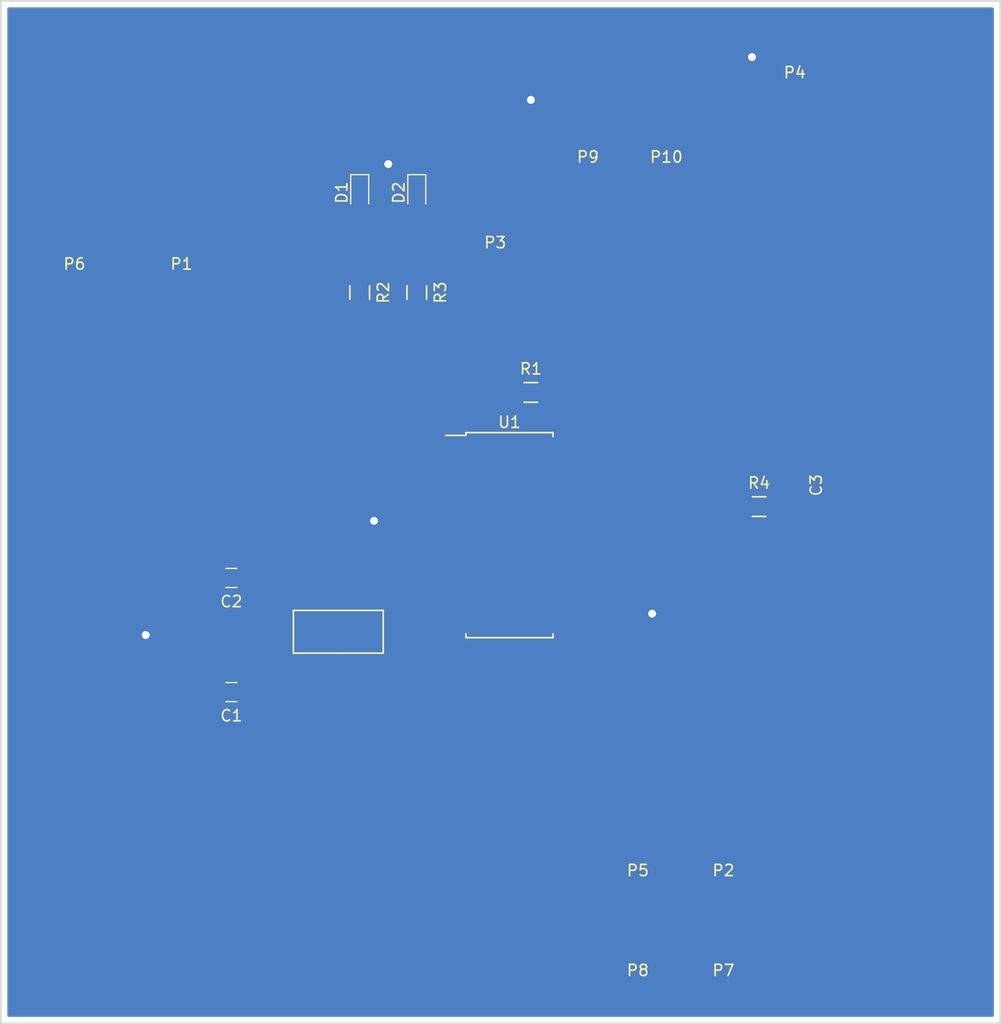
<source format=kicad_pcb>
(kicad_pcb (version 4) (host pcbnew 4.0.4-stable)

  (general
    (links 65)
    (no_connects 0)
    (area 115.924999 34.924999 205.075001 126.075001)
    (thickness 1.6)
    (drawings 11)
    (tracks 225)
    (zones 0)
    (modules 21)
    (nets 45)
  )

  (page A4)
  (layers
    (0 F.Cu signal)
    (31 B.Cu signal)
    (32 B.Adhes user)
    (33 F.Adhes user)
    (34 B.Paste user)
    (35 F.Paste user)
    (36 B.SilkS user)
    (37 F.SilkS user)
    (38 B.Mask user)
    (39 F.Mask user)
    (40 Dwgs.User user)
    (41 Cmts.User user)
    (42 Eco1.User user)
    (43 Eco2.User user)
    (44 Edge.Cuts user)
    (45 Margin user)
    (46 B.CrtYd user)
    (47 F.CrtYd user)
    (48 B.Fab user)
    (49 F.Fab user)
  )

  (setup
    (last_trace_width 0.4)
    (trace_clearance 0.2)
    (zone_clearance 0.508)
    (zone_45_only yes)
    (trace_min 0.2)
    (segment_width 0.2)
    (edge_width 0.15)
    (via_size 1.5)
    (via_drill 0.7)
    (via_min_size 0.4)
    (via_min_drill 0.3)
    (uvia_size 0.3)
    (uvia_drill 0.1)
    (uvias_allowed no)
    (uvia_min_size 0.2)
    (uvia_min_drill 0.1)
    (pcb_text_width 0.3)
    (pcb_text_size 1.5 1.5)
    (mod_edge_width 0.15)
    (mod_text_size 1 1)
    (mod_text_width 0.15)
    (pad_size 1.524 1.524)
    (pad_drill 0.762)
    (pad_to_mask_clearance 0.2)
    (aux_axis_origin 0 0)
    (visible_elements 7FFFFFFF)
    (pcbplotparams
      (layerselection 0x00030_80000001)
      (usegerberextensions false)
      (excludeedgelayer true)
      (linewidth 0.100000)
      (plotframeref false)
      (viasonmask false)
      (mode 1)
      (useauxorigin false)
      (hpglpennumber 1)
      (hpglpenspeed 20)
      (hpglpendiameter 15)
      (hpglpenoverlay 2)
      (psnegative false)
      (psa4output false)
      (plotreference true)
      (plotvalue true)
      (plotinvisibletext false)
      (padsonsilk false)
      (subtractmaskfromsilk false)
      (outputformat 1)
      (mirror false)
      (drillshape 1)
      (scaleselection 1)
      (outputdirectory ""))
  )

  (net 0 "")
  (net 1 "Net-(D1-Pad2)")
  (net 2 "Net-(D2-Pad2)")
  (net 3 "Net-(P1-Pad1)")
  (net 4 "Net-(P1-Pad2)")
  (net 5 "Net-(P1-Pad3)")
  (net 6 "Net-(P1-Pad4)")
  (net 7 "Net-(P1-Pad5)")
  (net 8 "Net-(P1-Pad6)")
  (net 9 "Net-(P1-Pad7)")
  (net 10 "Net-(P1-Pad8)")
  (net 11 "Net-(P2-Pad1)")
  (net 12 "Net-(P2-Pad2)")
  (net 13 "Net-(P2-Pad3)")
  (net 14 "Net-(P2-Pad4)")
  (net 15 "Net-(P2-Pad5)")
  (net 16 "Net-(P2-Pad6)")
  (net 17 "Net-(P2-Pad7)")
  (net 18 "Net-(P2-Pad8)")
  (net 19 VDD)
  (net 20 /MCLR/Vpp)
  (net 21 "/PGD(ICSPDAT)")
  (net 22 "/PGC(ICSPCLK)")
  (net 23 "Net-(P4-Pad6)")
  (net 24 "Net-(P5-Pad1)")
  (net 25 "Net-(P5-Pad2)")
  (net 26 "Net-(P5-Pad3)")
  (net 27 "Net-(P5-Pad4)")
  (net 28 "Net-(P5-Pad5)")
  (net 29 "Net-(P5-Pad6)")
  (net 30 "Net-(P5-Pad7)")
  (net 31 "Net-(P5-Pad8)")
  (net 32 "Net-(P7-Pad1)")
  (net 33 "Net-(P7-Pad2)")
  (net 34 "Net-(P8-Pad1)")
  (net 35 "Net-(P8-Pad2)")
  (net 36 GND)
  (net 37 "Net-(C3-Pad1)")
  (net 38 "Net-(P10-Pad2)")
  (net 39 "Net-(P7-Pad3)")
  (net 40 /CAP_SENSOR)
  (net 41 "Net-(C1-Pad1)")
  (net 42 "Net-(C2-Pad1)")
  (net 43 "Net-(Y1-Pad2)")
  (net 44 "Net-(Y1-Pad3)")

  (net_class Default "This is the default net class."
    (clearance 0.2)
    (trace_width 0.4)
    (via_dia 1.5)
    (via_drill 0.7)
    (uvia_dia 0.3)
    (uvia_drill 0.1)
    (add_net /CAP_SENSOR)
    (add_net /MCLR/Vpp)
    (add_net "/PGC(ICSPCLK)")
    (add_net "/PGD(ICSPDAT)")
    (add_net GND)
    (add_net "Net-(C1-Pad1)")
    (add_net "Net-(C2-Pad1)")
    (add_net "Net-(C3-Pad1)")
    (add_net "Net-(D1-Pad2)")
    (add_net "Net-(D2-Pad2)")
    (add_net "Net-(P1-Pad1)")
    (add_net "Net-(P1-Pad2)")
    (add_net "Net-(P1-Pad3)")
    (add_net "Net-(P1-Pad4)")
    (add_net "Net-(P1-Pad5)")
    (add_net "Net-(P1-Pad6)")
    (add_net "Net-(P1-Pad7)")
    (add_net "Net-(P1-Pad8)")
    (add_net "Net-(P10-Pad2)")
    (add_net "Net-(P2-Pad1)")
    (add_net "Net-(P2-Pad2)")
    (add_net "Net-(P2-Pad3)")
    (add_net "Net-(P2-Pad4)")
    (add_net "Net-(P2-Pad5)")
    (add_net "Net-(P2-Pad6)")
    (add_net "Net-(P2-Pad7)")
    (add_net "Net-(P2-Pad8)")
    (add_net "Net-(P4-Pad6)")
    (add_net "Net-(P5-Pad1)")
    (add_net "Net-(P5-Pad2)")
    (add_net "Net-(P5-Pad3)")
    (add_net "Net-(P5-Pad4)")
    (add_net "Net-(P5-Pad5)")
    (add_net "Net-(P5-Pad6)")
    (add_net "Net-(P5-Pad7)")
    (add_net "Net-(P5-Pad8)")
    (add_net "Net-(P7-Pad1)")
    (add_net "Net-(P7-Pad2)")
    (add_net "Net-(P7-Pad3)")
    (add_net "Net-(P8-Pad1)")
    (add_net "Net-(P8-Pad2)")
    (add_net "Net-(Y1-Pad2)")
    (add_net "Net-(Y1-Pad3)")
    (add_net VDD)
  )

  (module Capacitors_SMD:C_0805_HandSoldering (layer F.Cu) (tedit 541A9B8D) (tstamp 58A56CBE)
    (at 136.525 96.52 180)
    (descr "Capacitor SMD 0805, hand soldering")
    (tags "capacitor 0805")
    (path /58A4743E)
    (attr smd)
    (fp_text reference C1 (at 0 -2.1 180) (layer F.SilkS)
      (effects (font (size 1 1) (thickness 0.15)))
    )
    (fp_text value 5pF (at 0 2.1 180) (layer F.Fab)
      (effects (font (size 1 1) (thickness 0.15)))
    )
    (fp_line (start -1 0.625) (end -1 -0.625) (layer F.Fab) (width 0.1))
    (fp_line (start 1 0.625) (end -1 0.625) (layer F.Fab) (width 0.1))
    (fp_line (start 1 -0.625) (end 1 0.625) (layer F.Fab) (width 0.1))
    (fp_line (start -1 -0.625) (end 1 -0.625) (layer F.Fab) (width 0.1))
    (fp_line (start -2.3 -1) (end 2.3 -1) (layer F.CrtYd) (width 0.05))
    (fp_line (start -2.3 1) (end 2.3 1) (layer F.CrtYd) (width 0.05))
    (fp_line (start -2.3 -1) (end -2.3 1) (layer F.CrtYd) (width 0.05))
    (fp_line (start 2.3 -1) (end 2.3 1) (layer F.CrtYd) (width 0.05))
    (fp_line (start 0.5 -0.85) (end -0.5 -0.85) (layer F.SilkS) (width 0.12))
    (fp_line (start -0.5 0.85) (end 0.5 0.85) (layer F.SilkS) (width 0.12))
    (pad 1 smd rect (at -1.25 0 180) (size 1.5 1.25) (layers F.Cu F.Paste F.Mask)
      (net 41 "Net-(C1-Pad1)"))
    (pad 2 smd rect (at 1.25 0 180) (size 1.5 1.25) (layers F.Cu F.Paste F.Mask)
      (net 36 GND))
    (model Capacitors_SMD.3dshapes/C_0805_HandSoldering.wrl
      (at (xyz 0 0 0))
      (scale (xyz 1 1 1))
      (rotate (xyz 0 0 0))
    )
  )

  (module Capacitors_SMD:C_0805_HandSoldering (layer F.Cu) (tedit 541A9B8D) (tstamp 58A56CC4)
    (at 136.525 86.36 180)
    (descr "Capacitor SMD 0805, hand soldering")
    (tags "capacitor 0805")
    (path /58A474C5)
    (attr smd)
    (fp_text reference C2 (at 0 -2.1 180) (layer F.SilkS)
      (effects (font (size 1 1) (thickness 0.15)))
    )
    (fp_text value 5pF (at 0 2.1 180) (layer F.Fab)
      (effects (font (size 1 1) (thickness 0.15)))
    )
    (fp_line (start -1 0.625) (end -1 -0.625) (layer F.Fab) (width 0.1))
    (fp_line (start 1 0.625) (end -1 0.625) (layer F.Fab) (width 0.1))
    (fp_line (start 1 -0.625) (end 1 0.625) (layer F.Fab) (width 0.1))
    (fp_line (start -1 -0.625) (end 1 -0.625) (layer F.Fab) (width 0.1))
    (fp_line (start -2.3 -1) (end 2.3 -1) (layer F.CrtYd) (width 0.05))
    (fp_line (start -2.3 1) (end 2.3 1) (layer F.CrtYd) (width 0.05))
    (fp_line (start -2.3 -1) (end -2.3 1) (layer F.CrtYd) (width 0.05))
    (fp_line (start 2.3 -1) (end 2.3 1) (layer F.CrtYd) (width 0.05))
    (fp_line (start 0.5 -0.85) (end -0.5 -0.85) (layer F.SilkS) (width 0.12))
    (fp_line (start -0.5 0.85) (end 0.5 0.85) (layer F.SilkS) (width 0.12))
    (pad 1 smd rect (at -1.25 0 180) (size 1.5 1.25) (layers F.Cu F.Paste F.Mask)
      (net 42 "Net-(C2-Pad1)"))
    (pad 2 smd rect (at 1.25 0 180) (size 1.5 1.25) (layers F.Cu F.Paste F.Mask)
      (net 36 GND))
    (model Capacitors_SMD.3dshapes/C_0805_HandSoldering.wrl
      (at (xyz 0 0 0))
      (scale (xyz 1 1 1))
      (rotate (xyz 0 0 0))
    )
  )

  (module Diodes_SMD:D_0805 (layer F.Cu) (tedit 586A4032) (tstamp 58A56CCA)
    (at 147.955 52.07 270)
    (descr "Diode SMD in 0805 package")
    (tags "smd diode")
    (path /58A4E2F1)
    (attr smd)
    (fp_text reference D1 (at 0 1.6 270) (layer F.SilkS)
      (effects (font (size 1 1) (thickness 0.15)))
    )
    (fp_text value LED (at 0 -1.6 270) (layer F.Fab)
      (effects (font (size 1 1) (thickness 0.15)))
    )
    (fp_line (start -1.6 -0.8) (end -1.6 0.8) (layer F.SilkS) (width 0.12))
    (fp_line (start -1.7 0.88) (end -1.7 -0.88) (layer F.CrtYd) (width 0.05))
    (fp_line (start 1.7 0.88) (end -1.7 0.88) (layer F.CrtYd) (width 0.05))
    (fp_line (start 1.7 -0.88) (end 1.7 0.88) (layer F.CrtYd) (width 0.05))
    (fp_line (start -1.7 -0.88) (end 1.7 -0.88) (layer F.CrtYd) (width 0.05))
    (fp_line (start 0.2 0) (end 0.4 0) (layer F.Fab) (width 0.1))
    (fp_line (start -0.1 0) (end -0.3 0) (layer F.Fab) (width 0.1))
    (fp_line (start -0.1 -0.2) (end -0.1 0.2) (layer F.Fab) (width 0.1))
    (fp_line (start 0.2 0.2) (end 0.2 -0.2) (layer F.Fab) (width 0.1))
    (fp_line (start -0.1 0) (end 0.2 0.2) (layer F.Fab) (width 0.1))
    (fp_line (start 0.2 -0.2) (end -0.1 0) (layer F.Fab) (width 0.1))
    (fp_line (start -1 0.625) (end -1 -0.625) (layer F.Fab) (width 0.1))
    (fp_line (start 1 0.625) (end -1 0.625) (layer F.Fab) (width 0.1))
    (fp_line (start 1 -0.625) (end 1 0.625) (layer F.Fab) (width 0.1))
    (fp_line (start -1 -0.625) (end 1 -0.625) (layer F.Fab) (width 0.1))
    (fp_line (start -1.6 0.8) (end 1 0.8) (layer F.SilkS) (width 0.12))
    (fp_line (start -1.6 -0.8) (end 1 -0.8) (layer F.SilkS) (width 0.12))
    (pad 1 smd rect (at -1.05 0 270) (size 0.8 0.9) (layers F.Cu F.Paste F.Mask)
      (net 36 GND))
    (pad 2 smd rect (at 1.05 0 270) (size 0.8 0.9) (layers F.Cu F.Paste F.Mask)
      (net 1 "Net-(D1-Pad2)"))
  )

  (module Diodes_SMD:D_0805 (layer F.Cu) (tedit 586A4032) (tstamp 58A56CD0)
    (at 153.035 52.07 270)
    (descr "Diode SMD in 0805 package")
    (tags "smd diode")
    (path /58A4E388)
    (attr smd)
    (fp_text reference D2 (at 0 1.6 270) (layer F.SilkS)
      (effects (font (size 1 1) (thickness 0.15)))
    )
    (fp_text value LED (at 0 -1.6 270) (layer F.Fab)
      (effects (font (size 1 1) (thickness 0.15)))
    )
    (fp_line (start -1.6 -0.8) (end -1.6 0.8) (layer F.SilkS) (width 0.12))
    (fp_line (start -1.7 0.88) (end -1.7 -0.88) (layer F.CrtYd) (width 0.05))
    (fp_line (start 1.7 0.88) (end -1.7 0.88) (layer F.CrtYd) (width 0.05))
    (fp_line (start 1.7 -0.88) (end 1.7 0.88) (layer F.CrtYd) (width 0.05))
    (fp_line (start -1.7 -0.88) (end 1.7 -0.88) (layer F.CrtYd) (width 0.05))
    (fp_line (start 0.2 0) (end 0.4 0) (layer F.Fab) (width 0.1))
    (fp_line (start -0.1 0) (end -0.3 0) (layer F.Fab) (width 0.1))
    (fp_line (start -0.1 -0.2) (end -0.1 0.2) (layer F.Fab) (width 0.1))
    (fp_line (start 0.2 0.2) (end 0.2 -0.2) (layer F.Fab) (width 0.1))
    (fp_line (start -0.1 0) (end 0.2 0.2) (layer F.Fab) (width 0.1))
    (fp_line (start 0.2 -0.2) (end -0.1 0) (layer F.Fab) (width 0.1))
    (fp_line (start -1 0.625) (end -1 -0.625) (layer F.Fab) (width 0.1))
    (fp_line (start 1 0.625) (end -1 0.625) (layer F.Fab) (width 0.1))
    (fp_line (start 1 -0.625) (end 1 0.625) (layer F.Fab) (width 0.1))
    (fp_line (start -1 -0.625) (end 1 -0.625) (layer F.Fab) (width 0.1))
    (fp_line (start -1.6 0.8) (end 1 0.8) (layer F.SilkS) (width 0.12))
    (fp_line (start -1.6 -0.8) (end 1 -0.8) (layer F.SilkS) (width 0.12))
    (pad 1 smd rect (at -1.05 0 270) (size 0.8 0.9) (layers F.Cu F.Paste F.Mask)
      (net 36 GND))
    (pad 2 smd rect (at 1.05 0 270) (size 0.8 0.9) (layers F.Cu F.Paste F.Mask)
      (net 2 "Net-(D2-Pad2)"))
  )

  (module Resistors_SMD:R_0805_HandSoldering (layer F.Cu) (tedit 58307B90) (tstamp 58A56D2E)
    (at 163.195 69.85)
    (descr "Resistor SMD 0805, hand soldering")
    (tags "resistor 0805")
    (path /58A468CC)
    (attr smd)
    (fp_text reference R1 (at 0 -2.1) (layer F.SilkS)
      (effects (font (size 1 1) (thickness 0.15)))
    )
    (fp_text value 50k (at 0 2.1) (layer F.Fab)
      (effects (font (size 1 1) (thickness 0.15)))
    )
    (fp_line (start -1 0.625) (end -1 -0.625) (layer F.Fab) (width 0.1))
    (fp_line (start 1 0.625) (end -1 0.625) (layer F.Fab) (width 0.1))
    (fp_line (start 1 -0.625) (end 1 0.625) (layer F.Fab) (width 0.1))
    (fp_line (start -1 -0.625) (end 1 -0.625) (layer F.Fab) (width 0.1))
    (fp_line (start -2.4 -1) (end 2.4 -1) (layer F.CrtYd) (width 0.05))
    (fp_line (start -2.4 1) (end 2.4 1) (layer F.CrtYd) (width 0.05))
    (fp_line (start -2.4 -1) (end -2.4 1) (layer F.CrtYd) (width 0.05))
    (fp_line (start 2.4 -1) (end 2.4 1) (layer F.CrtYd) (width 0.05))
    (fp_line (start 0.6 0.875) (end -0.6 0.875) (layer F.SilkS) (width 0.15))
    (fp_line (start -0.6 -0.875) (end 0.6 -0.875) (layer F.SilkS) (width 0.15))
    (pad 1 smd rect (at -1.35 0) (size 1.5 1.3) (layers F.Cu F.Paste F.Mask)
      (net 20 /MCLR/Vpp))
    (pad 2 smd rect (at 1.35 0) (size 1.5 1.3) (layers F.Cu F.Paste F.Mask)
      (net 19 VDD))
    (model Resistors_SMD.3dshapes/R_0805_HandSoldering.wrl
      (at (xyz 0 0 0))
      (scale (xyz 1 1 1))
      (rotate (xyz 0 0 0))
    )
  )

  (module Resistors_SMD:R_0805_HandSoldering (layer F.Cu) (tedit 58307B90) (tstamp 58A56D34)
    (at 147.955 60.96 270)
    (descr "Resistor SMD 0805, hand soldering")
    (tags "resistor 0805")
    (path /58A4E0BF)
    (attr smd)
    (fp_text reference R2 (at 0 -2.1 270) (layer F.SilkS)
      (effects (font (size 1 1) (thickness 0.15)))
    )
    (fp_text value R (at 0 2.1 270) (layer F.Fab)
      (effects (font (size 1 1) (thickness 0.15)))
    )
    (fp_line (start -1 0.625) (end -1 -0.625) (layer F.Fab) (width 0.1))
    (fp_line (start 1 0.625) (end -1 0.625) (layer F.Fab) (width 0.1))
    (fp_line (start 1 -0.625) (end 1 0.625) (layer F.Fab) (width 0.1))
    (fp_line (start -1 -0.625) (end 1 -0.625) (layer F.Fab) (width 0.1))
    (fp_line (start -2.4 -1) (end 2.4 -1) (layer F.CrtYd) (width 0.05))
    (fp_line (start -2.4 1) (end 2.4 1) (layer F.CrtYd) (width 0.05))
    (fp_line (start -2.4 -1) (end -2.4 1) (layer F.CrtYd) (width 0.05))
    (fp_line (start 2.4 -1) (end 2.4 1) (layer F.CrtYd) (width 0.05))
    (fp_line (start 0.6 0.875) (end -0.6 0.875) (layer F.SilkS) (width 0.15))
    (fp_line (start -0.6 -0.875) (end 0.6 -0.875) (layer F.SilkS) (width 0.15))
    (pad 1 smd rect (at -1.35 0 270) (size 1.5 1.3) (layers F.Cu F.Paste F.Mask)
      (net 1 "Net-(D1-Pad2)"))
    (pad 2 smd rect (at 1.35 0 270) (size 1.5 1.3) (layers F.Cu F.Paste F.Mask)
      (net 9 "Net-(P1-Pad7)"))
    (model Resistors_SMD.3dshapes/R_0805_HandSoldering.wrl
      (at (xyz 0 0 0))
      (scale (xyz 1 1 1))
      (rotate (xyz 0 0 0))
    )
  )

  (module Resistors_SMD:R_0805_HandSoldering (layer F.Cu) (tedit 58307B90) (tstamp 58A56D3A)
    (at 153.035 60.96 270)
    (descr "Resistor SMD 0805, hand soldering")
    (tags "resistor 0805")
    (path /58A4DF86)
    (attr smd)
    (fp_text reference R3 (at 0 -2.1 270) (layer F.SilkS)
      (effects (font (size 1 1) (thickness 0.15)))
    )
    (fp_text value R (at 0 2.1 270) (layer F.Fab)
      (effects (font (size 1 1) (thickness 0.15)))
    )
    (fp_line (start -1 0.625) (end -1 -0.625) (layer F.Fab) (width 0.1))
    (fp_line (start 1 0.625) (end -1 0.625) (layer F.Fab) (width 0.1))
    (fp_line (start 1 -0.625) (end 1 0.625) (layer F.Fab) (width 0.1))
    (fp_line (start -1 -0.625) (end 1 -0.625) (layer F.Fab) (width 0.1))
    (fp_line (start -2.4 -1) (end 2.4 -1) (layer F.CrtYd) (width 0.05))
    (fp_line (start -2.4 1) (end 2.4 1) (layer F.CrtYd) (width 0.05))
    (fp_line (start -2.4 -1) (end -2.4 1) (layer F.CrtYd) (width 0.05))
    (fp_line (start 2.4 -1) (end 2.4 1) (layer F.CrtYd) (width 0.05))
    (fp_line (start 0.6 0.875) (end -0.6 0.875) (layer F.SilkS) (width 0.15))
    (fp_line (start -0.6 -0.875) (end 0.6 -0.875) (layer F.SilkS) (width 0.15))
    (pad 1 smd rect (at -1.35 0 270) (size 1.5 1.3) (layers F.Cu F.Paste F.Mask)
      (net 2 "Net-(D2-Pad2)"))
    (pad 2 smd rect (at 1.35 0 270) (size 1.5 1.3) (layers F.Cu F.Paste F.Mask)
      (net 10 "Net-(P1-Pad8)"))
    (model Resistors_SMD.3dshapes/R_0805_HandSoldering.wrl
      (at (xyz 0 0 0))
      (scale (xyz 1 1 1))
      (rotate (xyz 0 0 0))
    )
  )

  (module Housings_SOIC:SOIC-28W_7.5x17.9mm_Pitch1.27mm (layer F.Cu) (tedit 57503567) (tstamp 58A56D5A)
    (at 161.29 82.55)
    (descr "28-Lead Plastic Small Outline (SO) - Wide, 7.50 mm Body [SOIC] (see Microchip Packaging Specification 00000049BS.pdf)")
    (tags "SOIC 1.27")
    (path /58A45159)
    (attr smd)
    (fp_text reference U1 (at 0 -10.05) (layer F.SilkS)
      (effects (font (size 1 1) (thickness 0.15)))
    )
    (fp_text value "PIC16(L)F1512-I/SO" (at 0 10.05) (layer F.Fab)
      (effects (font (size 1 1) (thickness 0.15)))
    )
    (fp_line (start -2.75 -8.95) (end 3.75 -8.95) (layer F.Fab) (width 0.15))
    (fp_line (start 3.75 -8.95) (end 3.75 8.95) (layer F.Fab) (width 0.15))
    (fp_line (start 3.75 8.95) (end -3.75 8.95) (layer F.Fab) (width 0.15))
    (fp_line (start -3.75 8.95) (end -3.75 -7.95) (layer F.Fab) (width 0.15))
    (fp_line (start -3.75 -7.95) (end -2.75 -8.95) (layer F.Fab) (width 0.15))
    (fp_line (start -5.95 -9.3) (end -5.95 9.3) (layer F.CrtYd) (width 0.05))
    (fp_line (start 5.95 -9.3) (end 5.95 9.3) (layer F.CrtYd) (width 0.05))
    (fp_line (start -5.95 -9.3) (end 5.95 -9.3) (layer F.CrtYd) (width 0.05))
    (fp_line (start -5.95 9.3) (end 5.95 9.3) (layer F.CrtYd) (width 0.05))
    (fp_line (start -3.875 -9.125) (end -3.875 -8.875) (layer F.SilkS) (width 0.15))
    (fp_line (start 3.875 -9.125) (end 3.875 -8.78) (layer F.SilkS) (width 0.15))
    (fp_line (start 3.875 9.125) (end 3.875 8.78) (layer F.SilkS) (width 0.15))
    (fp_line (start -3.875 9.125) (end -3.875 8.78) (layer F.SilkS) (width 0.15))
    (fp_line (start -3.875 -9.125) (end 3.875 -9.125) (layer F.SilkS) (width 0.15))
    (fp_line (start -3.875 9.125) (end 3.875 9.125) (layer F.SilkS) (width 0.15))
    (fp_line (start -3.875 -8.875) (end -5.7 -8.875) (layer F.SilkS) (width 0.15))
    (pad 1 smd rect (at -4.7 -8.255) (size 2 0.6) (layers F.Cu F.Paste F.Mask)
      (net 20 /MCLR/Vpp))
    (pad 2 smd rect (at -4.7 -6.985) (size 2 0.6) (layers F.Cu F.Paste F.Mask)
      (net 10 "Net-(P1-Pad8)"))
    (pad 3 smd rect (at -4.7 -5.715) (size 2 0.6) (layers F.Cu F.Paste F.Mask)
      (net 9 "Net-(P1-Pad7)"))
    (pad 4 smd rect (at -4.7 -4.445) (size 2 0.6) (layers F.Cu F.Paste F.Mask)
      (net 8 "Net-(P1-Pad6)"))
    (pad 5 smd rect (at -4.7 -3.175) (size 2 0.6) (layers F.Cu F.Paste F.Mask)
      (net 7 "Net-(P1-Pad5)"))
    (pad 6 smd rect (at -4.7 -1.905) (size 2 0.6) (layers F.Cu F.Paste F.Mask)
      (net 6 "Net-(P1-Pad4)"))
    (pad 7 smd rect (at -4.7 -0.635) (size 2 0.6) (layers F.Cu F.Paste F.Mask)
      (net 5 "Net-(P1-Pad3)"))
    (pad 8 smd rect (at -4.7 0.635) (size 2 0.6) (layers F.Cu F.Paste F.Mask)
      (net 36 GND))
    (pad 9 smd rect (at -4.7 1.905) (size 2 0.6) (layers F.Cu F.Paste F.Mask)
      (net 3 "Net-(P1-Pad1)"))
    (pad 10 smd rect (at -4.7 3.175) (size 2 0.6) (layers F.Cu F.Paste F.Mask)
      (net 4 "Net-(P1-Pad2)"))
    (pad 11 smd rect (at -4.7 4.445) (size 2 0.6) (layers F.Cu F.Paste F.Mask)
      (net 42 "Net-(C2-Pad1)"))
    (pad 12 smd rect (at -4.7 5.715) (size 2 0.6) (layers F.Cu F.Paste F.Mask)
      (net 41 "Net-(C1-Pad1)"))
    (pad 13 smd rect (at -4.7 6.985) (size 2 0.6) (layers F.Cu F.Paste F.Mask)
      (net 26 "Net-(P5-Pad3)"))
    (pad 14 smd rect (at -4.7 8.255) (size 2 0.6) (layers F.Cu F.Paste F.Mask)
      (net 27 "Net-(P5-Pad4)"))
    (pad 15 smd rect (at 4.7 8.255) (size 2 0.6) (layers F.Cu F.Paste F.Mask)
      (net 28 "Net-(P5-Pad5)"))
    (pad 16 smd rect (at 4.7 6.985) (size 2 0.6) (layers F.Cu F.Paste F.Mask)
      (net 29 "Net-(P5-Pad6)"))
    (pad 17 smd rect (at 4.7 5.715) (size 2 0.6) (layers F.Cu F.Paste F.Mask)
      (net 30 "Net-(P5-Pad7)"))
    (pad 18 smd rect (at 4.7 4.445) (size 2 0.6) (layers F.Cu F.Paste F.Mask)
      (net 31 "Net-(P5-Pad8)"))
    (pad 19 smd rect (at 4.7 3.175) (size 2 0.6) (layers F.Cu F.Paste F.Mask)
      (net 36 GND))
    (pad 20 smd rect (at 4.7 1.905) (size 2 0.6) (layers F.Cu F.Paste F.Mask)
      (net 19 VDD))
    (pad 21 smd rect (at 4.7 0.635) (size 2 0.6) (layers F.Cu F.Paste F.Mask)
      (net 18 "Net-(P2-Pad8)"))
    (pad 22 smd rect (at 4.7 -0.635) (size 2 0.6) (layers F.Cu F.Paste F.Mask)
      (net 17 "Net-(P2-Pad7)"))
    (pad 23 smd rect (at 4.7 -1.905) (size 2 0.6) (layers F.Cu F.Paste F.Mask)
      (net 16 "Net-(P2-Pad6)"))
    (pad 24 smd rect (at 4.7 -3.175) (size 2 0.6) (layers F.Cu F.Paste F.Mask)
      (net 15 "Net-(P2-Pad5)"))
    (pad 25 smd rect (at 4.7 -4.445) (size 2 0.6) (layers F.Cu F.Paste F.Mask)
      (net 14 "Net-(P2-Pad4)"))
    (pad 26 smd rect (at 4.7 -5.715) (size 2 0.6) (layers F.Cu F.Paste F.Mask)
      (net 40 /CAP_SENSOR))
    (pad 27 smd rect (at 4.7 -6.985) (size 2 0.6) (layers F.Cu F.Paste F.Mask)
      (net 22 "/PGC(ICSPCLK)"))
    (pad 28 smd rect (at 4.7 -8.255) (size 2 0.6) (layers F.Cu F.Paste F.Mask)
      (net 21 "/PGD(ICSPDAT)"))
    (model Housings_SOIC.3dshapes/SOIC-28_7.5x17.9mm_Pitch1.27mm.wrl
      (at (xyz 0 0 0))
      (scale (xyz 1 1 1))
      (rotate (xyz 0 0 0))
    )
  )

  (module med_conn_prototype_footprints:Abracon_ABS25 (layer F.Cu) (tedit 58A5B0E7) (tstamp 58A56D69)
    (at 146.05 95.25 180)
    (path /58A6086F)
    (fp_text reference Y1 (at 0 1.27 180) (layer F.SilkS) hide
      (effects (font (size 1 1) (thickness 0.15)))
    )
    (fp_text value Abracon_ABS25 (at 10.16 3.81 180) (layer F.Fab)
      (effects (font (size 1 1) (thickness 0.15)))
    )
    (fp_line (start -4 4.1) (end -4 6) (layer F.SilkS) (width 0.15))
    (fp_line (start -4 6) (end 4 6) (layer F.SilkS) (width 0.15))
    (fp_line (start 4 6) (end 4 4.1) (layer F.SilkS) (width 0.15))
    (fp_line (start 4 4.1) (end 4 2.2) (layer F.SilkS) (width 0.15))
    (fp_line (start 4 2.2) (end 0 2.2) (layer F.SilkS) (width 0.15))
    (fp_line (start 0 2.2) (end -4 2.2) (layer F.SilkS) (width 0.15))
    (fp_line (start -4 2.2) (end -4 4.1) (layer F.SilkS) (width 0.15))
    (pad 2 smd rect (at 2.75 5.7 180) (size 1.3 1.9) (layers F.Cu F.Paste F.Mask)
      (net 43 "Net-(Y1-Pad2)"))
    (pad 1 smd rect (at -2.75 5.7 180) (size 1.3 1.9) (layers F.Cu F.Paste F.Mask)
      (net 42 "Net-(C2-Pad1)"))
    (pad 3 smd rect (at 2.75 2.5 180) (size 1.3 1.9) (layers F.Cu F.Paste F.Mask)
      (net 44 "Net-(Y1-Pad3)"))
    (pad 4 smd rect (at -2.75 2.5 180) (size 1.3 1.9) (layers F.Cu F.Paste F.Mask)
      (net 41 "Net-(C1-Pad1)"))
  )

  (module med_conn_prototype_footprints:Capsense_Pad (layer F.Cu) (tedit 58ABECD4) (tstamp 58A5A88D)
    (at 187.96 80.01 90)
    (path /58A5D27E)
    (fp_text reference C3 (at 1.905 0.635 90) (layer F.SilkS)
      (effects (font (size 1 1) (thickness 0.15)))
    )
    (fp_text value cap_sense_pad (at 0 13.335 90) (layer F.Fab)
      (effects (font (size 1 1) (thickness 0.15)))
    )
    (pad 1 smd rect (at 0 7 90) (size 20 10) (layers F.Cu F.Paste F.Mask)
      (net 37 "Net-(C3-Pad1)"))
  )

  (module Resistors_SMD:R_0805_HandSoldering (layer F.Cu) (tedit 58307B90) (tstamp 58A5A89F)
    (at 183.515 80.01)
    (descr "Resistor SMD 0805, hand soldering")
    (tags "resistor 0805")
    (path /58A5E282)
    (attr smd)
    (fp_text reference R4 (at 0 -2.1) (layer F.SilkS)
      (effects (font (size 1 1) (thickness 0.15)))
    )
    (fp_text value R (at 0 2.1) (layer F.Fab)
      (effects (font (size 1 1) (thickness 0.15)))
    )
    (fp_line (start -1 0.625) (end -1 -0.625) (layer F.Fab) (width 0.1))
    (fp_line (start 1 0.625) (end -1 0.625) (layer F.Fab) (width 0.1))
    (fp_line (start 1 -0.625) (end 1 0.625) (layer F.Fab) (width 0.1))
    (fp_line (start -1 -0.625) (end 1 -0.625) (layer F.Fab) (width 0.1))
    (fp_line (start -2.4 -1) (end 2.4 -1) (layer F.CrtYd) (width 0.05))
    (fp_line (start -2.4 1) (end 2.4 1) (layer F.CrtYd) (width 0.05))
    (fp_line (start -2.4 -1) (end -2.4 1) (layer F.CrtYd) (width 0.05))
    (fp_line (start 2.4 -1) (end 2.4 1) (layer F.CrtYd) (width 0.05))
    (fp_line (start 0.6 0.875) (end -0.6 0.875) (layer F.SilkS) (width 0.15))
    (fp_line (start -0.6 -0.875) (end 0.6 -0.875) (layer F.SilkS) (width 0.15))
    (pad 1 smd rect (at -1.35 0) (size 1.5 1.3) (layers F.Cu F.Paste F.Mask)
      (net 40 /CAP_SENSOR))
    (pad 2 smd rect (at 1.35 0) (size 1.5 1.3) (layers F.Cu F.Paste F.Mask)
      (net 37 "Net-(C3-Pad1)"))
    (model Resistors_SMD.3dshapes/R_0805_HandSoldering.wrl
      (at (xyz 0 0 0))
      (scale (xyz 1 1 1))
      (rotate (xyz 0 0 0))
    )
  )

  (module med_conn_prototype_footprints:Sullins_SMD_pin_header_1x8_GBC36SABN-M30 (layer F.Cu) (tedit 58ABEE6F) (tstamp 58AB1911)
    (at 124.46 69.85 90)
    (path /58A47D21)
    (fp_text reference P1 (at 11.43 7.62 180) (layer F.SilkS)
      (effects (font (size 1 1) (thickness 0.15)))
    )
    (fp_text value CONN_01X08 (at -12.065 7.62 180) (layer F.Fab)
      (effects (font (size 1 1) (thickness 0.15)))
    )
    (pad 8 smd rect (at 8.89 10.795 90) (size 1.27 6.35) (layers F.Cu F.Paste F.Mask)
      (net 10 "Net-(P1-Pad8)"))
    (pad 7 smd rect (at 6.35 5.08 90) (size 1.27 6.35) (layers F.Cu F.Paste F.Mask)
      (net 9 "Net-(P1-Pad7)"))
    (pad 6 smd rect (at 3.81 10.795 90) (size 1.27 6.35) (layers F.Cu F.Paste F.Mask)
      (net 8 "Net-(P1-Pad6)"))
    (pad 5 smd rect (at 1.27 5.08 90) (size 1.27 6.35) (layers F.Cu F.Paste F.Mask)
      (net 7 "Net-(P1-Pad5)"))
    (pad 4 smd rect (at -1.27 10.795 90) (size 1.27 6.35) (layers F.Cu F.Paste F.Mask)
      (net 6 "Net-(P1-Pad4)"))
    (pad 3 smd rect (at -3.81 5.08 90) (size 1.27 6.35) (layers F.Cu F.Paste F.Mask)
      (net 5 "Net-(P1-Pad3)"))
    (pad 2 smd rect (at -6.35 10.795 90) (size 1.27 6.35) (layers F.Cu F.Paste F.Mask)
      (net 4 "Net-(P1-Pad2)"))
    (pad 1 smd rect (at -8.89 5.08 90) (size 1.27 6.35) (layers F.Cu F.Paste F.Mask)
      (net 3 "Net-(P1-Pad1)"))
  )

  (module med_conn_prototype_footprints:Sullins_SMD_pin_header_1x8_GBC36SABN-M30 (layer F.Cu) (tedit 58ABECC5) (tstamp 58AB191C)
    (at 191.77 119.38 180)
    (path /58A4937C)
    (fp_text reference P2 (at 11.43 6.985 180) (layer F.SilkS)
      (effects (font (size 1 1) (thickness 0.15)))
    )
    (fp_text value CONN_01X08 (at -11.43 7.62 270) (layer F.Fab)
      (effects (font (size 1 1) (thickness 0.15)))
    )
    (pad 8 smd rect (at 8.89 10.795 180) (size 1.27 6.35) (layers F.Cu F.Paste F.Mask)
      (net 18 "Net-(P2-Pad8)"))
    (pad 7 smd rect (at 6.35 5.08 180) (size 1.27 6.35) (layers F.Cu F.Paste F.Mask)
      (net 17 "Net-(P2-Pad7)"))
    (pad 6 smd rect (at 3.81 10.795 180) (size 1.27 6.35) (layers F.Cu F.Paste F.Mask)
      (net 16 "Net-(P2-Pad6)"))
    (pad 5 smd rect (at 1.27 5.08 180) (size 1.27 6.35) (layers F.Cu F.Paste F.Mask)
      (net 15 "Net-(P2-Pad5)"))
    (pad 4 smd rect (at -1.27 10.795 180) (size 1.27 6.35) (layers F.Cu F.Paste F.Mask)
      (net 14 "Net-(P2-Pad4)"))
    (pad 3 smd rect (at -3.81 5.08 180) (size 1.27 6.35) (layers F.Cu F.Paste F.Mask)
      (net 13 "Net-(P2-Pad3)"))
    (pad 2 smd rect (at -6.35 10.795 180) (size 1.27 6.35) (layers F.Cu F.Paste F.Mask)
      (net 12 "Net-(P2-Pad2)"))
    (pad 1 smd rect (at -8.89 5.08 180) (size 1.27 6.35) (layers F.Cu F.Paste F.Mask)
      (net 11 "Net-(P2-Pad1)"))
  )

  (module med_conn_prototype_footprints:Sullins_SMD_pin_header_1x2_GBC36SABN-M30 (layer F.Cu) (tedit 58ABECDF) (tstamp 58AB1927)
    (at 160.02 40.64)
    (path /58A456BD)
    (fp_text reference P3 (at 0 15.875) (layer F.SilkS)
      (effects (font (size 1 1) (thickness 0.15)))
    )
    (fp_text value CONN_01X02 (at 0 -0.5) (layer F.Fab)
      (effects (font (size 1 1) (thickness 0.15)))
    )
    (pad 2 smd rect (at 1.27 10.795) (size 1.27 6.35) (layers F.Cu F.Paste F.Mask)
      (net 38 "Net-(P10-Pad2)"))
    (pad 1 smd rect (at -1.27 5.08) (size 1.27 6.35) (layers F.Cu F.Paste F.Mask)
      (net 36 GND))
  )

  (module med_conn_prototype_footprints:Sullins_SMD_pin_header_1x6_GBC36SABN-M30 (layer F.Cu) (tedit 58AB17D0) (tstamp 58AB192C)
    (at 186.69 40.386)
    (path /58A45214)
    (fp_text reference P4 (at 0 1) (layer F.SilkS)
      (effects (font (size 1 1) (thickness 0.15)))
    )
    (fp_text value CONN_01X06 (at 0 -0.5) (layer F.Fab)
      (effects (font (size 1 1) (thickness 0.15)))
    )
    (pad 6 smd rect (at 6.35 10.795) (size 1.27 6.35) (layers F.Cu F.Paste F.Mask)
      (net 23 "Net-(P4-Pad6)"))
    (pad 5 smd rect (at 3.81 5.08) (size 1.27 6.35) (layers F.Cu F.Paste F.Mask)
      (net 22 "/PGC(ICSPCLK)"))
    (pad 4 smd rect (at 1.27 10.795) (size 1.27 6.35) (layers F.Cu F.Paste F.Mask)
      (net 21 "/PGD(ICSPDAT)"))
    (pad 3 smd rect (at -1.27 5.08) (size 1.27 6.35) (layers F.Cu F.Paste F.Mask)
      (net 36 GND))
    (pad 2 smd rect (at -3.81 10.795) (size 1.27 6.35) (layers F.Cu F.Paste F.Mask)
      (net 19 VDD))
    (pad 1 smd rect (at -6.35 5.08) (size 1.27 6.35) (layers F.Cu F.Paste F.Mask)
      (net 20 /MCLR/Vpp))
  )

  (module med_conn_prototype_footprints:Sullins_SMD_pin_header_1x8_GBC36SABN-M30 (layer F.Cu) (tedit 58ABECA7) (tstamp 58AB1935)
    (at 161.29 104.14)
    (path /58A49E94)
    (fp_text reference P5 (at 11.43 8.255) (layer F.SilkS)
      (effects (font (size 1 1) (thickness 0.15)))
    )
    (fp_text value CONN_01X08 (at -11.43 8.255 90) (layer F.Fab)
      (effects (font (size 1 1) (thickness 0.15)))
    )
    (pad 8 smd rect (at 8.89 10.795) (size 1.27 6.35) (layers F.Cu F.Paste F.Mask)
      (net 31 "Net-(P5-Pad8)"))
    (pad 7 smd rect (at 6.35 5.08) (size 1.27 6.35) (layers F.Cu F.Paste F.Mask)
      (net 30 "Net-(P5-Pad7)"))
    (pad 6 smd rect (at 3.81 10.795) (size 1.27 6.35) (layers F.Cu F.Paste F.Mask)
      (net 29 "Net-(P5-Pad6)"))
    (pad 5 smd rect (at 1.27 5.08) (size 1.27 6.35) (layers F.Cu F.Paste F.Mask)
      (net 28 "Net-(P5-Pad5)"))
    (pad 4 smd rect (at -1.27 10.795) (size 1.27 6.35) (layers F.Cu F.Paste F.Mask)
      (net 27 "Net-(P5-Pad4)"))
    (pad 3 smd rect (at -3.81 5.08) (size 1.27 6.35) (layers F.Cu F.Paste F.Mask)
      (net 26 "Net-(P5-Pad3)"))
    (pad 2 smd rect (at -6.35 10.795) (size 1.27 6.35) (layers F.Cu F.Paste F.Mask)
      (net 25 "Net-(P5-Pad2)"))
    (pad 1 smd rect (at -8.89 5.08) (size 1.27 6.35) (layers F.Cu F.Paste F.Mask)
      (net 24 "Net-(P5-Pad1)"))
  )

  (module med_conn_prototype_footprints:Sullins_SMD_pin_header_1x2_GBC36SABN-M30 (layer F.Cu) (tedit 58ABECFE) (tstamp 58AB1961)
    (at 168.275 48.26)
    (path /58A5AFE3)
    (fp_text reference P9 (at 0 0.635) (layer F.SilkS)
      (effects (font (size 1 1) (thickness 0.15)))
    )
    (fp_text value CONN_01X02 (at -3.175 7.62 90) (layer F.Fab)
      (effects (font (size 1 1) (thickness 0.15)))
    )
    (pad 2 smd rect (at 1.27 10.795) (size 1.27 6.35) (layers F.Cu F.Paste F.Mask)
      (net 19 VDD))
    (pad 1 smd rect (at -1.27 5.08) (size 1.27 6.35) (layers F.Cu F.Paste F.Mask)
      (net 38 "Net-(P10-Pad2)"))
  )

  (module med_conn_prototype_footprints:Sullins_SMD_pin_header_1x2_GBC36SABN-M30 (layer F.Cu) (tedit 58ABED00) (tstamp 58AB1966)
    (at 174.625 64.135 180)
    (path /58A5B05F)
    (fp_text reference P10 (at -0.635 15.24 180) (layer F.SilkS)
      (effects (font (size 1 1) (thickness 0.15)))
    )
    (fp_text value CONN_01X02 (at -3.175 8.89 450) (layer F.Fab)
      (effects (font (size 1 1) (thickness 0.15)))
    )
    (pad 2 smd rect (at 1.27 10.795 180) (size 1.27 6.35) (layers F.Cu F.Paste F.Mask)
      (net 38 "Net-(P10-Pad2)"))
    (pad 1 smd rect (at -1.27 5.08 180) (size 1.27 6.35) (layers F.Cu F.Paste F.Mask)
      (net 19 VDD))
  )

  (module med_conn_prototype_footprints:wire_solder_pad_2.54mm_1x8 (layer F.Cu) (tedit 58ABEE74) (tstamp 58AB2012)
    (at 118.745 69.85 90)
    (path /58A4CB71)
    (fp_text reference P6 (at 11.43 3.81 180) (layer F.SilkS)
      (effects (font (size 1 1) (thickness 0.15)))
    )
    (fp_text value CONN_01X08 (at 0 -0.5 90) (layer F.Fab)
      (effects (font (size 1 1) (thickness 0.15)))
    )
    (pad 1 smd rect (at -8.89 3.81 90) (size 1.5 2) (layers F.Cu F.Paste F.Mask)
      (net 3 "Net-(P1-Pad1)"))
    (pad 2 smd rect (at -6.35 3.81 90) (size 1.5 2) (layers F.Cu F.Paste F.Mask)
      (net 4 "Net-(P1-Pad2)"))
    (pad 3 smd rect (at -3.81 3.81 90) (size 1.5 2) (layers F.Cu F.Paste F.Mask)
      (net 5 "Net-(P1-Pad3)"))
    (pad 4 smd rect (at -1.27 3.81 90) (size 1.5 2) (layers F.Cu F.Paste F.Mask)
      (net 6 "Net-(P1-Pad4)"))
    (pad 8 smd rect (at 8.89 3.81 90) (size 1.5 2) (layers F.Cu F.Paste F.Mask)
      (net 10 "Net-(P1-Pad8)"))
    (pad 7 smd rect (at 6.35 3.81 90) (size 1.5 2) (layers F.Cu F.Paste F.Mask)
      (net 9 "Net-(P1-Pad7)"))
    (pad 6 smd rect (at 3.81 3.81 90) (size 1.5 2) (layers F.Cu F.Paste F.Mask)
      (net 8 "Net-(P1-Pad6)"))
    (pad 5 smd rect (at 1.27 3.81 90) (size 1.5 2) (layers F.Cu F.Paste F.Mask)
      (net 7 "Net-(P1-Pad5)"))
  )

  (module med_conn_prototype_footprints:wire_solder_pad_2.54mm_1x8 (layer F.Cu) (tedit 58ABECB7) (tstamp 58AB201D)
    (at 191.77 125.095 180)
    (path /58A4D11D)
    (fp_text reference P7 (at 11.43 3.81 180) (layer F.SilkS)
      (effects (font (size 1 1) (thickness 0.15)))
    )
    (fp_text value CONN_01X08 (at 0 1.27 180) (layer F.Fab)
      (effects (font (size 1 1) (thickness 0.15)))
    )
    (pad 1 smd rect (at -8.89 3.81 180) (size 1.5 2) (layers F.Cu F.Paste F.Mask)
      (net 32 "Net-(P7-Pad1)"))
    (pad 2 smd rect (at -6.35 3.81 180) (size 1.5 2) (layers F.Cu F.Paste F.Mask)
      (net 33 "Net-(P7-Pad2)"))
    (pad 3 smd rect (at -3.81 3.81 180) (size 1.5 2) (layers F.Cu F.Paste F.Mask)
      (net 39 "Net-(P7-Pad3)"))
    (pad 4 smd rect (at -1.27 3.81 180) (size 1.5 2) (layers F.Cu F.Paste F.Mask)
      (net 14 "Net-(P2-Pad4)"))
    (pad 8 smd rect (at 8.89 3.81 180) (size 1.5 2) (layers F.Cu F.Paste F.Mask)
      (net 18 "Net-(P2-Pad8)"))
    (pad 7 smd rect (at 6.35 3.81 180) (size 1.5 2) (layers F.Cu F.Paste F.Mask)
      (net 17 "Net-(P2-Pad7)"))
    (pad 6 smd rect (at 3.81 3.81 180) (size 1.5 2) (layers F.Cu F.Paste F.Mask)
      (net 16 "Net-(P2-Pad6)"))
    (pad 5 smd rect (at 1.27 3.81 180) (size 1.5 2) (layers F.Cu F.Paste F.Mask)
      (net 15 "Net-(P2-Pad5)"))
  )

  (module med_conn_prototype_footprints:wire_solder_pad_2.54mm_1x8 (layer F.Cu) (tedit 58ABEC9A) (tstamp 58AB2028)
    (at 161.29 117.475)
    (path /58A4C63C)
    (fp_text reference P8 (at 11.43 3.81) (layer F.SilkS)
      (effects (font (size 1 1) (thickness 0.15)))
    )
    (fp_text value CONN_01X08 (at -0.29 6.525) (layer F.Fab)
      (effects (font (size 1 1) (thickness 0.15)))
    )
    (pad 1 smd rect (at -8.89 3.81) (size 1.5 2) (layers F.Cu F.Paste F.Mask)
      (net 34 "Net-(P8-Pad1)"))
    (pad 2 smd rect (at -6.35 3.81) (size 1.5 2) (layers F.Cu F.Paste F.Mask)
      (net 35 "Net-(P8-Pad2)"))
    (pad 3 smd rect (at -3.81 3.81) (size 1.5 2) (layers F.Cu F.Paste F.Mask)
      (net 26 "Net-(P5-Pad3)"))
    (pad 4 smd rect (at -1.27 3.81) (size 1.5 2) (layers F.Cu F.Paste F.Mask)
      (net 27 "Net-(P5-Pad4)"))
    (pad 8 smd rect (at 8.89 3.81) (size 1.5 2) (layers F.Cu F.Paste F.Mask)
      (net 31 "Net-(P5-Pad8)"))
    (pad 7 smd rect (at 6.35 3.81) (size 1.5 2) (layers F.Cu F.Paste F.Mask)
      (net 30 "Net-(P5-Pad7)"))
    (pad 6 smd rect (at 3.81 3.81) (size 1.5 2) (layers F.Cu F.Paste F.Mask)
      (net 29 "Net-(P5-Pad6)"))
    (pad 5 smd rect (at 1.27 3.81) (size 1.5 2) (layers F.Cu F.Paste F.Mask)
      (net 28 "Net-(P5-Pad5)"))
  )

  (gr_line (start 116 35) (end 116 77) (angle 90) (layer Edge.Cuts) (width 0.15))
  (gr_line (start 183 35) (end 116 35) (angle 90) (layer Edge.Cuts) (width 0.15))
  (gr_line (start 205 35) (end 205 41) (angle 90) (layer Edge.Cuts) (width 0.15))
  (gr_line (start 183 35) (end 205 35) (angle 90) (layer Edge.Cuts) (width 0.15))
  (gr_line (start 205 120) (end 205 41) (angle 90) (layer Edge.Cuts) (width 0.15))
  (gr_line (start 205 126) (end 201 126) (angle 90) (layer Edge.Cuts) (width 0.15))
  (gr_line (start 205 120) (end 205 126) (angle 90) (layer Edge.Cuts) (width 0.15))
  (gr_line (start 153 126) (end 201 126) (angle 90) (layer Edge.Cuts) (width 0.15))
  (gr_line (start 116 126) (end 116 122) (angle 90) (layer Edge.Cuts) (width 0.15))
  (gr_line (start 153 126) (end 116 126) (angle 90) (layer Edge.Cuts) (width 0.15))
  (gr_line (start 116 77) (end 116 122) (angle 90) (layer Edge.Cuts) (width 0.15))

  (segment (start 147.955 53.12) (end 147.955 59.61) (width 0.4) (layer F.Cu) (net 1))
  (segment (start 153.035 53.12) (end 153.035 59.61) (width 0.4) (layer F.Cu) (net 2))
  (segment (start 156.59 84.455) (end 148.59 84.455) (width 0.4) (layer F.Cu) (net 3))
  (segment (start 142.875 78.74) (end 129.54 78.74) (width 0.4) (layer F.Cu) (net 3) (tstamp 58ABEB15))
  (segment (start 148.59 84.455) (end 142.875 78.74) (width 0.4) (layer F.Cu) (net 3) (tstamp 58ABEB14))
  (segment (start 129.54 78.74) (end 122.555 78.74) (width 0.4) (layer F.Cu) (net 3))
  (segment (start 156.59 85.725) (end 147.955 85.725) (width 0.4) (layer F.Cu) (net 4))
  (segment (start 120.65 76.2) (end 122.555 76.2) (width 0.4) (layer F.Cu) (net 4) (tstamp 58ABEB02))
  (segment (start 120.015 76.835) (end 120.65 76.2) (width 0.4) (layer F.Cu) (net 4) (tstamp 58ABEB00))
  (segment (start 120.015 80.01) (end 120.015 76.835) (width 0.4) (layer F.Cu) (net 4) (tstamp 58ABEAF9))
  (segment (start 120.65 80.645) (end 120.015 80.01) (width 0.4) (layer F.Cu) (net 4) (tstamp 58ABEAF7))
  (segment (start 142.875 80.645) (end 120.65 80.645) (width 0.4) (layer F.Cu) (net 4) (tstamp 58ABEAF2))
  (segment (start 147.955 85.725) (end 142.875 80.645) (width 0.4) (layer F.Cu) (net 4) (tstamp 58ABEAED))
  (segment (start 135.255 76.2) (end 122.555 76.2) (width 0.4) (layer F.Cu) (net 4))
  (segment (start 129.54 73.66) (end 122.555 73.66) (width 0.4) (layer F.Cu) (net 5))
  (segment (start 129.54 73.66) (end 145.415 73.66) (width 0.4) (layer F.Cu) (net 5))
  (segment (start 153.67 81.915) (end 156.59 81.915) (width 0.4) (layer F.Cu) (net 5) (tstamp 58AB21B7))
  (segment (start 145.415 73.66) (end 153.67 81.915) (width 0.4) (layer F.Cu) (net 5) (tstamp 58AB21B5))
  (segment (start 135.255 71.12) (end 122.555 71.12) (width 0.4) (layer F.Cu) (net 6))
  (segment (start 135.255 71.12) (end 144.145 71.12) (width 0.4) (layer F.Cu) (net 6))
  (segment (start 153.67 80.645) (end 156.59 80.645) (width 0.4) (layer F.Cu) (net 6) (tstamp 58AB21B1))
  (segment (start 144.145 71.12) (end 153.67 80.645) (width 0.4) (layer F.Cu) (net 6) (tstamp 58AB21AF))
  (segment (start 129.54 68.58) (end 122.555 68.58) (width 0.4) (layer F.Cu) (net 7))
  (segment (start 129.54 68.58) (end 142.875 68.58) (width 0.4) (layer F.Cu) (net 7))
  (segment (start 153.67 79.375) (end 156.59 79.375) (width 0.4) (layer F.Cu) (net 7) (tstamp 58AB21AB))
  (segment (start 142.875 68.58) (end 153.67 79.375) (width 0.4) (layer F.Cu) (net 7) (tstamp 58AB21A9))
  (segment (start 135.255 66.04) (end 122.555 66.04) (width 0.4) (layer F.Cu) (net 8))
  (segment (start 135.255 66.04) (end 141.605 66.04) (width 0.4) (layer F.Cu) (net 8))
  (segment (start 153.67 78.105) (end 156.59 78.105) (width 0.4) (layer F.Cu) (net 8) (tstamp 58AB21A5))
  (segment (start 141.605 66.04) (end 153.67 78.105) (width 0.4) (layer F.Cu) (net 8) (tstamp 58AB21A3))
  (segment (start 129.54 63.5) (end 122.555 63.5) (width 0.4) (layer F.Cu) (net 9))
  (segment (start 129.54 63.5) (end 140.335 63.5) (width 0.4) (layer F.Cu) (net 9))
  (segment (start 140.335 63.5) (end 147.955 71.12) (width 0.4) (layer F.Cu) (net 9) (tstamp 58AB219E))
  (segment (start 147.955 71.12) (end 150.495 73.66) (width 0.4) (layer F.Cu) (net 9) (tstamp 58A5BF01))
  (segment (start 153.67 76.835) (end 150.495 73.66) (width 0.4) (layer F.Cu) (net 9) (tstamp 58A5B99C))
  (segment (start 147.955 62.31) (end 147.955 71.12) (width 0.4) (layer F.Cu) (net 9))
  (segment (start 153.67 76.835) (end 156.59 76.835) (width 0.4) (layer F.Cu) (net 9))
  (segment (start 135.255 60.96) (end 122.555 60.96) (width 0.4) (layer F.Cu) (net 10))
  (segment (start 153.035 62.31) (end 151.21 62.31) (width 0.4) (layer F.Cu) (net 10))
  (segment (start 149.86 60.96) (end 135.89 60.96) (width 0.4) (layer F.Cu) (net 10) (tstamp 58A5BF04))
  (segment (start 151.21 62.31) (end 149.86 60.96) (width 0.4) (layer F.Cu) (net 10) (tstamp 58A5BF03))
  (segment (start 153.035 62.31) (end 153.035 67.945) (width 0.4) (layer F.Cu) (net 10))
  (segment (start 154.305 75.565) (end 153.035 74.295) (width 0.4) (layer F.Cu) (net 10) (tstamp 58A5BE8C))
  (segment (start 153.035 74.295) (end 153.035 67.945) (width 0.4) (layer F.Cu) (net 10) (tstamp 58A5BE8D))
  (segment (start 154.305 75.565) (end 156.59 75.565) (width 0.4) (layer F.Cu) (net 10))
  (segment (start 193.04 108.585) (end 193.04 121.285) (width 0.4) (layer F.Cu) (net 14))
  (segment (start 193.04 101.6) (end 193.04 109.22) (width 0.4) (layer F.Cu) (net 14))
  (segment (start 193.04 101.6) (end 193.04 99.695) (width 0.4) (layer F.Cu) (net 14))
  (segment (start 171.45 78.105) (end 177.8 84.455) (width 0.4) (layer F.Cu) (net 14) (tstamp 58A5C258))
  (segment (start 171.45 78.105) (end 165.99 78.105) (width 0.4) (layer F.Cu) (net 14))
  (segment (start 193.04 99.695) (end 177.8 84.455) (width 0.4) (layer F.Cu) (net 14) (tstamp 58A5C279))
  (segment (start 190.5 114.3) (end 190.5 121.285) (width 0.4) (layer F.Cu) (net 15))
  (segment (start 190.5 114.3) (end 190.5 109.22) (width 0.4) (layer F.Cu) (net 15))
  (segment (start 171.45 79.375) (end 165.99 79.375) (width 0.4) (layer F.Cu) (net 15))
  (segment (start 171.45 79.375) (end 176.53 84.455) (width 0.4) (layer F.Cu) (net 15) (tstamp 58A5C254))
  (segment (start 190.5 98.425) (end 176.53 84.455) (width 0.4) (layer F.Cu) (net 15) (tstamp 58A5C275))
  (segment (start 190.5 101.6) (end 190.5 98.425) (width 0.4) (layer F.Cu) (net 15))
  (segment (start 190.5 101.6) (end 190.5 109.22) (width 0.4) (layer F.Cu) (net 15))
  (segment (start 187.96 108.585) (end 187.96 121.285) (width 0.4) (layer F.Cu) (net 16))
  (segment (start 187.96 101.6) (end 187.96 109.22) (width 0.4) (layer F.Cu) (net 16))
  (segment (start 187.96 101.6) (end 187.96 97.155) (width 0.4) (layer F.Cu) (net 16))
  (segment (start 171.45 80.645) (end 175.26 84.455) (width 0.4) (layer F.Cu) (net 16) (tstamp 58A5C250))
  (segment (start 171.45 80.645) (end 165.99 80.645) (width 0.4) (layer F.Cu) (net 16))
  (segment (start 187.96 97.155) (end 175.26 84.455) (width 0.4) (layer F.Cu) (net 16) (tstamp 58A5C271))
  (segment (start 185.42 114.3) (end 185.42 121.285) (width 0.4) (layer F.Cu) (net 17))
  (segment (start 185.42 114.3) (end 185.42 109.22) (width 0.4) (layer F.Cu) (net 17))
  (segment (start 171.45 81.915) (end 165.99 81.915) (width 0.4) (layer F.Cu) (net 17))
  (segment (start 171.45 81.915) (end 173.99 84.455) (width 0.4) (layer F.Cu) (net 17) (tstamp 58A5C24C))
  (segment (start 185.42 95.885) (end 173.99 84.455) (width 0.4) (layer F.Cu) (net 17) (tstamp 58A5C265))
  (segment (start 185.42 101.6) (end 185.42 95.885) (width 0.4) (layer F.Cu) (net 17))
  (segment (start 185.42 101.6) (end 185.42 109.22) (width 0.4) (layer F.Cu) (net 17))
  (segment (start 182.88 108.585) (end 182.88 121.285) (width 0.4) (layer F.Cu) (net 18))
  (segment (start 171.45 83.185) (end 172.72 84.455) (width 0.4) (layer F.Cu) (net 18) (tstamp 58A5C217))
  (segment (start 171.45 83.185) (end 165.99 83.185) (width 0.4) (layer F.Cu) (net 18))
  (segment (start 182.88 101.6) (end 182.88 109.22) (width 0.4) (layer F.Cu) (net 18))
  (segment (start 182.88 101.6) (end 182.88 94.615) (width 0.4) (layer F.Cu) (net 18))
  (segment (start 182.88 94.615) (end 172.72 84.455) (width 0.4) (layer F.Cu) (net 18) (tstamp 58A5C25D))
  (segment (start 172.72 69.85) (end 179.07 69.85) (width 0.4) (layer F.Cu) (net 19))
  (segment (start 182.88 66.04) (end 182.88 51.181) (width 0.4) (layer F.Cu) (net 19) (tstamp 58AB2186))
  (segment (start 179.07 69.85) (end 182.88 66.04) (width 0.4) (layer F.Cu) (net 19) (tstamp 58AB2185))
  (segment (start 172.72 64.77) (end 172.72 69.85) (width 0.4) (layer F.Cu) (net 19))
  (segment (start 169.545 59.055) (end 169.545 64.135) (width 0.4) (layer F.Cu) (net 19))
  (segment (start 175.895 64.135) (end 175.895 59.055) (width 0.4) (layer F.Cu) (net 19) (tstamp 58AB2171))
  (segment (start 175.26 64.77) (end 175.895 64.135) (width 0.4) (layer F.Cu) (net 19) (tstamp 58AB2170))
  (segment (start 170.18 64.77) (end 172.72 64.77) (width 0.4) (layer F.Cu) (net 19) (tstamp 58AB216F))
  (segment (start 172.72 64.77) (end 175.26 64.77) (width 0.4) (layer F.Cu) (net 19) (tstamp 58AB2174))
  (segment (start 169.545 64.135) (end 170.18 64.77) (width 0.4) (layer F.Cu) (net 19) (tstamp 58AB216E))
  (segment (start 165.99 84.455) (end 164.465 84.455) (width 0.4) (layer F.Cu) (net 19))
  (segment (start 168.91 71.755) (end 168.91 69.85) (width 0.4) (layer F.Cu) (net 19) (tstamp 58A5C975))
  (segment (start 168.275 72.39) (end 168.91 71.755) (width 0.4) (layer F.Cu) (net 19) (tstamp 58A5C973))
  (segment (start 165.1 72.39) (end 168.275 72.39) (width 0.4) (layer F.Cu) (net 19) (tstamp 58A5C971))
  (segment (start 163.83 73.66) (end 165.1 72.39) (width 0.4) (layer F.Cu) (net 19) (tstamp 58A5C96E))
  (segment (start 163.83 83.82) (end 163.83 73.66) (width 0.4) (layer F.Cu) (net 19) (tstamp 58A5C96B))
  (segment (start 164.465 84.455) (end 163.83 83.82) (width 0.4) (layer F.Cu) (net 19) (tstamp 58A5C964))
  (segment (start 168.91 69.85) (end 170.815 69.85) (width 0.4) (layer F.Cu) (net 19))
  (segment (start 170.815 69.85) (end 172.72 69.85) (width 0.4) (layer F.Cu) (net 19) (tstamp 58A5C78E))
  (segment (start 168.91 69.85) (end 165.18 69.85) (width 0.4) (layer F.Cu) (net 19) (tstamp 58A5B427))
  (segment (start 180.34 45.466) (end 180.34 41.275) (width 0.4) (layer F.Cu) (net 20))
  (segment (start 156.21 41.275) (end 156.21 69.85) (width 0.4) (layer F.Cu) (net 20) (tstamp 58ABED47))
  (segment (start 157.48 40.005) (end 156.21 41.275) (width 0.4) (layer F.Cu) (net 20) (tstamp 58ABED46))
  (segment (start 179.07 40.005) (end 157.48 40.005) (width 0.4) (layer F.Cu) (net 20) (tstamp 58ABED45))
  (segment (start 180.34 41.275) (end 179.07 40.005) (width 0.4) (layer F.Cu) (net 20) (tstamp 58ABED44))
  (segment (start 156.59 74.295) (end 154.94 74.295) (width 0.4) (layer F.Cu) (net 20))
  (segment (start 154.94 69.85) (end 156.21 69.85) (width 0.4) (layer F.Cu) (net 20) (tstamp 58A5BE5D))
  (segment (start 156.21 69.85) (end 159.385 69.85) (width 0.4) (layer F.Cu) (net 20) (tstamp 58ABEA59))
  (segment (start 154.305 70.485) (end 154.94 69.85) (width 0.4) (layer F.Cu) (net 20) (tstamp 58A5BE5C))
  (segment (start 154.305 73.66) (end 154.305 70.485) (width 0.4) (layer F.Cu) (net 20) (tstamp 58A5BE5B))
  (segment (start 154.94 74.295) (end 154.305 73.66) (width 0.4) (layer F.Cu) (net 20) (tstamp 58A5BE5A))
  (segment (start 161.845 69.85) (end 159.385 69.85) (width 0.4) (layer F.Cu) (net 20))
  (segment (start 180.34 46.99) (end 180.34 45.085) (width 0.4) (layer F.Cu) (net 20))
  (segment (start 180.34 45.085) (end 179.705 44.45) (width 0.4) (layer F.Cu) (net 20) (tstamp 58A5C3B1))
  (segment (start 165.99 74.295) (end 177.8 74.295) (width 0.4) (layer F.Cu) (net 21))
  (segment (start 187.96 64.135) (end 187.96 51.181) (width 0.4) (layer F.Cu) (net 21) (tstamp 58AB2191))
  (segment (start 177.8 74.295) (end 187.96 64.135) (width 0.4) (layer F.Cu) (net 21) (tstamp 58AB218F))
  (segment (start 165.99 75.565) (end 178.435 75.565) (width 0.4) (layer F.Cu) (net 22))
  (segment (start 178.435 75.565) (end 190.5 63.5) (width 0.4) (layer F.Cu) (net 22) (tstamp 58AB12A9))
  (segment (start 190.5 63.5) (end 190.5 48.49) (width 0.4) (layer F.Cu) (net 22) (tstamp 58AB12AA))
  (segment (start 157.48 109.22) (end 157.48 121.285) (width 0.4) (layer F.Cu) (net 26))
  (segment (start 157.48 101.6) (end 157.48 109.22) (width 0.4) (layer F.Cu) (net 26))
  (segment (start 156.59 89.535) (end 154.305 89.535) (width 0.4) (layer F.Cu) (net 26))
  (segment (start 157.48 99.06) (end 157.48 101.6) (width 0.4) (layer F.Cu) (net 26) (tstamp 58A5C113))
  (segment (start 153.035 94.615) (end 157.48 99.06) (width 0.4) (layer F.Cu) (net 26) (tstamp 58A5C10D))
  (segment (start 153.035 90.805) (end 153.035 94.615) (width 0.4) (layer F.Cu) (net 26) (tstamp 58A5C10A))
  (segment (start 154.305 89.535) (end 153.035 90.805) (width 0.4) (layer F.Cu) (net 26) (tstamp 58A5C108))
  (segment (start 160.02 114.935) (end 160.02 121.285) (width 0.4) (layer F.Cu) (net 27))
  (segment (start 160.02 114.935) (end 160.02 109.22) (width 0.4) (layer F.Cu) (net 27))
  (segment (start 154.94 90.805) (end 156.59 90.805) (width 0.4) (layer F.Cu) (net 27))
  (segment (start 154.94 90.805) (end 154.305 91.44) (width 0.4) (layer F.Cu) (net 27) (tstamp 58A5C122))
  (segment (start 154.305 91.44) (end 154.305 92.71) (width 0.4) (layer F.Cu) (net 27) (tstamp 58A5C123))
  (segment (start 154.305 93.345) (end 154.305 92.71) (width 0.4) (layer F.Cu) (net 27) (tstamp 58A5C127))
  (segment (start 160.02 99.06) (end 154.305 93.345) (width 0.4) (layer F.Cu) (net 27) (tstamp 58A5C126))
  (segment (start 160.02 101.6) (end 160.02 99.06) (width 0.4) (layer F.Cu) (net 27))
  (segment (start 160.02 101.6) (end 160.02 109.22) (width 0.4) (layer F.Cu) (net 27))
  (segment (start 162.56 109.22) (end 162.56 121.285) (width 0.4) (layer F.Cu) (net 28))
  (segment (start 162.56 103.735) (end 162.56 110.72) (width 0.4) (layer F.Cu) (net 28))
  (segment (start 162.56 99.695) (end 162.56 103.735) (width 0.4) (layer F.Cu) (net 28) (tstamp 58AB1220))
  (segment (start 168.275 93.98) (end 162.56 99.695) (width 0.4) (layer F.Cu) (net 28) (tstamp 58AB121F))
  (segment (start 168.275 91.44) (end 168.275 93.98) (width 0.4) (layer F.Cu) (net 28) (tstamp 58AB121E))
  (segment (start 167.64 90.805) (end 168.275 91.44) (width 0.4) (layer F.Cu) (net 28) (tstamp 58AB121D))
  (segment (start 165.99 90.805) (end 167.64 90.805) (width 0.4) (layer F.Cu) (net 28))
  (segment (start 165.1 114.935) (end 165.1 121.285) (width 0.4) (layer F.Cu) (net 29))
  (segment (start 165.1 114.935) (end 165.1 109.22) (width 0.4) (layer F.Cu) (net 29))
  (segment (start 167.64 89.535) (end 165.99 89.535) (width 0.4) (layer F.Cu) (net 29))
  (segment (start 167.64 89.535) (end 169.545 91.44) (width 0.4) (layer F.Cu) (net 29) (tstamp 58A5C164))
  (segment (start 169.545 91.44) (end 169.545 93.98) (width 0.4) (layer F.Cu) (net 29) (tstamp 58A5C165))
  (segment (start 169.545 93.98) (end 165.1 98.425) (width 0.4) (layer F.Cu) (net 29) (tstamp 58A5C167))
  (segment (start 165.1 98.425) (end 165.1 101.6) (width 0.4) (layer F.Cu) (net 29) (tstamp 58A5C16A))
  (segment (start 165.1 101.6) (end 165.1 109.22) (width 0.4) (layer F.Cu) (net 29))
  (segment (start 167.64 109.22) (end 167.64 121.285) (width 0.4) (layer F.Cu) (net 30))
  (segment (start 167.64 103.735) (end 167.64 100.33) (width 0.4) (layer F.Cu) (net 30))
  (segment (start 167.64 100.33) (end 167.64 101.6) (width 0.4) (layer F.Cu) (net 30) (tstamp 58AB1227))
  (segment (start 167.64 101.6) (end 167.64 109.22) (width 0.4) (layer F.Cu) (net 30))
  (segment (start 167.64 97.79) (end 167.64 100.33) (width 0.4) (layer F.Cu) (net 30) (tstamp 58A5C17E))
  (segment (start 170.815 94.615) (end 167.64 97.79) (width 0.4) (layer F.Cu) (net 30) (tstamp 58A5C17D))
  (segment (start 170.815 91.44) (end 170.815 94.615) (width 0.4) (layer F.Cu) (net 30) (tstamp 58A5C179))
  (segment (start 167.64 88.265) (end 170.815 91.44) (width 0.4) (layer F.Cu) (net 30) (tstamp 58A5C177))
  (segment (start 165.99 88.265) (end 167.64 88.265) (width 0.4) (layer F.Cu) (net 30))
  (segment (start 170.18 114.935) (end 170.18 121.285) (width 0.4) (layer F.Cu) (net 31))
  (segment (start 170.18 114.935) (end 170.18 109.22) (width 0.4) (layer F.Cu) (net 31))
  (segment (start 167.64 86.995) (end 165.99 86.995) (width 0.4) (layer F.Cu) (net 31))
  (segment (start 167.64 86.995) (end 172.085 91.44) (width 0.4) (layer F.Cu) (net 31) (tstamp 58A5C184))
  (segment (start 172.085 94.615) (end 172.085 95.25) (width 0.4) (layer F.Cu) (net 31) (tstamp 58A5C18E))
  (segment (start 172.085 91.44) (end 172.085 93.345) (width 0.4) (layer F.Cu) (net 31) (tstamp 58A5C186))
  (segment (start 172.085 93.345) (end 172.085 94.615) (width 0.4) (layer F.Cu) (net 31) (tstamp 58A5C189))
  (segment (start 172.085 95.25) (end 170.18 97.155) (width 0.4) (layer F.Cu) (net 31) (tstamp 58A5C193))
  (segment (start 170.18 97.155) (end 170.18 101.6) (width 0.4) (layer F.Cu) (net 31) (tstamp 58A5C198))
  (segment (start 170.18 101.6) (end 170.18 109.22) (width 0.4) (layer F.Cu) (net 31))
  (segment (start 156.59 83.185) (end 153.035 83.185) (width 0.4) (layer F.Cu) (net 36))
  (via (at 149.225 81.28) (size 1.5) (drill 0.7) (layers F.Cu B.Cu) (net 36))
  (segment (start 151.13 83.185) (end 149.225 81.28) (width 0.4) (layer F.Cu) (net 36) (tstamp 58ABEB23))
  (segment (start 153.035 83.185) (end 151.13 83.185) (width 0.4) (layer F.Cu) (net 36) (tstamp 58ABEB20))
  (segment (start 158.75 45.72) (end 161.29 45.72) (width 0.4) (layer F.Cu) (net 36))
  (via (at 163.195 43.815) (size 1.5) (drill 0.7) (layers F.Cu B.Cu) (net 36))
  (segment (start 161.29 45.72) (end 163.195 43.815) (width 0.4) (layer F.Cu) (net 36) (tstamp 58ABEA71))
  (segment (start 185.42 45.466) (end 185.42 41.275) (width 0.4) (layer F.Cu) (net 36))
  (via (at 182.88 40.005) (size 1.5) (drill 0.7) (layers F.Cu B.Cu) (net 36))
  (segment (start 184.15 40.005) (end 182.88 40.005) (width 0.4) (layer F.Cu) (net 36) (tstamp 58AB2196))
  (segment (start 185.42 41.275) (end 184.15 40.005) (width 0.4) (layer F.Cu) (net 36) (tstamp 58AB2195))
  (segment (start 165.99 85.725) (end 170.18 85.725) (width 0.4) (layer F.Cu) (net 36))
  (via (at 173.99 89.535) (size 1.5) (drill 0.7) (layers F.Cu B.Cu) (net 36))
  (segment (start 170.18 85.725) (end 173.99 89.535) (width 0.4) (layer F.Cu) (net 36) (tstamp 58A5CA4E))
  (via (at 128.905 91.44) (size 1.5) (drill 0.7) (layers F.Cu B.Cu) (net 36))
  (segment (start 151.765 49.53) (end 150.495 49.53) (width 0.4) (layer F.Cu) (net 36))
  (segment (start 147.955 50.165) (end 148.59 49.53) (width 0.4) (layer F.Cu) (net 36) (tstamp 58A5BEF2))
  (segment (start 148.59 49.53) (end 150.495 49.53) (width 0.4) (layer F.Cu) (net 36) (tstamp 58A5BEF3))
  (via (at 150.495 49.53) (size 1.5) (drill 0.7) (layers F.Cu B.Cu) (net 36))
  (segment (start 147.955 50.165) (end 147.955 51.02) (width 0.4) (layer F.Cu) (net 36))
  (segment (start 153.035 51.02) (end 153.035 50.165) (width 0.4) (layer F.Cu) (net 36))
  (segment (start 152.4 49.53) (end 151.765 49.53) (width 0.4) (layer F.Cu) (net 36) (tstamp 58A5BEBF))
  (segment (start 151.765 49.53) (end 151.13 49.53) (width 0.4) (layer F.Cu) (net 36) (tstamp 58A5BEFB))
  (segment (start 153.035 50.165) (end 152.4 49.53) (width 0.4) (layer F.Cu) (net 36) (tstamp 58A5BEBE))
  (segment (start 135.275 86.36) (end 132.08 86.36) (width 0.4) (layer F.Cu) (net 36))
  (segment (start 132.08 96.52) (end 135.275 96.52) (width 0.4) (layer F.Cu) (net 36) (tstamp 58A5B587))
  (segment (start 128.905 93.345) (end 132.08 96.52) (width 0.4) (layer F.Cu) (net 36) (tstamp 58A5B586))
  (segment (start 128.905 89.535) (end 128.905 91.44) (width 0.4) (layer F.Cu) (net 36) (tstamp 58A5B585))
  (segment (start 128.905 91.44) (end 128.905 93.345) (width 0.4) (layer F.Cu) (net 36) (tstamp 58A5C06A))
  (segment (start 132.08 86.36) (end 128.905 89.535) (width 0.4) (layer F.Cu) (net 36) (tstamp 58A5B584))
  (segment (start 184.865 80.01) (end 194.96 80.01) (width 0.4) (layer F.Cu) (net 37))
  (segment (start 167.005 47.625) (end 167.005 53.34) (width 0.4) (layer F.Cu) (net 38))
  (segment (start 161.29 51.435) (end 163.195 51.435) (width 0.4) (layer F.Cu) (net 38))
  (segment (start 173.355 48.26) (end 173.355 53.34) (width 0.4) (layer F.Cu) (net 38) (tstamp 58AB2167))
  (segment (start 172.72 47.625) (end 173.355 48.26) (width 0.4) (layer F.Cu) (net 38) (tstamp 58AB2166))
  (segment (start 165.1 47.625) (end 167.005 47.625) (width 0.4) (layer F.Cu) (net 38) (tstamp 58AB2165))
  (segment (start 167.005 47.625) (end 172.72 47.625) (width 0.4) (layer F.Cu) (net 38) (tstamp 58AB216A))
  (segment (start 163.83 48.895) (end 165.1 47.625) (width 0.4) (layer F.Cu) (net 38) (tstamp 58AB2164))
  (segment (start 163.83 50.8) (end 163.83 48.895) (width 0.4) (layer F.Cu) (net 38) (tstamp 58AB2163))
  (segment (start 163.195 51.435) (end 163.83 50.8) (width 0.4) (layer F.Cu) (net 38) (tstamp 58AB2162))
  (segment (start 165.99 76.835) (end 171.45 76.835) (width 0.4) (layer F.Cu) (net 40))
  (segment (start 174.625 80.01) (end 182.165 80.01) (width 0.4) (layer F.Cu) (net 40) (tstamp 58A5C29C))
  (segment (start 171.45 76.835) (end 174.625 80.01) (width 0.4) (layer F.Cu) (net 40) (tstamp 58A5C29A))
  (segment (start 156.59 88.265) (end 153.035 88.265) (width 0.4) (layer F.Cu) (net 41))
  (segment (start 150.495 95.885) (end 148.59 95.885) (width 0.4) (layer F.Cu) (net 41) (tstamp 58A5B5ED))
  (segment (start 151.13 95.25) (end 150.495 95.885) (width 0.4) (layer F.Cu) (net 41) (tstamp 58A5B5EC))
  (segment (start 151.13 88.9) (end 151.13 95.25) (width 0.4) (layer F.Cu) (net 41) (tstamp 58A5B5EB))
  (segment (start 151.765 88.265) (end 151.13 88.9) (width 0.4) (layer F.Cu) (net 41) (tstamp 58A5B5EA))
  (segment (start 153.035 88.265) (end 151.765 88.265) (width 0.4) (layer F.Cu) (net 41) (tstamp 58A5B5E9))
  (segment (start 137.775 96.52) (end 147.955 96.52) (width 0.4) (layer F.Cu) (net 41))
  (segment (start 148.8 95.675) (end 148.8 92.75) (width 0.4) (layer F.Cu) (net 41) (tstamp 58A5B581))
  (segment (start 147.955 96.52) (end 148.59 95.885) (width 0.4) (layer F.Cu) (net 41) (tstamp 58A5B580))
  (segment (start 148.59 95.885) (end 148.8 95.675) (width 0.4) (layer F.Cu) (net 41) (tstamp 58A5B5F0))
  (segment (start 156.59 86.995) (end 148.59 86.995) (width 0.4) (layer F.Cu) (net 42))
  (segment (start 137.775 86.36) (end 147.955 86.36) (width 0.4) (layer F.Cu) (net 42))
  (segment (start 148.8 87.205) (end 148.8 89.55) (width 0.4) (layer F.Cu) (net 42) (tstamp 58A5B57D))
  (segment (start 147.955 86.36) (end 148.59 86.995) (width 0.4) (layer F.Cu) (net 42) (tstamp 58A5B57C))
  (segment (start 148.59 86.995) (end 148.8 87.205) (width 0.4) (layer F.Cu) (net 42) (tstamp 58A5B5E7))

  (zone (net 36) (net_name GND) (layer B.Cu) (tstamp 58ABEC60) (hatch edge 0.508)
    (connect_pads (clearance 0.508))
    (min_thickness 0.254)
    (fill yes (arc_segments 16) (thermal_gap 0.508) (thermal_bridge_width 0.508))
    (polygon
      (pts
        (xy 205 126) (xy 116 126) (xy 116 35) (xy 205 35)
      )
    )
    (filled_polygon
      (pts
        (xy 204.29 125.29) (xy 116.71 125.29) (xy 116.71 35.71) (xy 204.29 35.71)
      )
    )
  )
)

</source>
